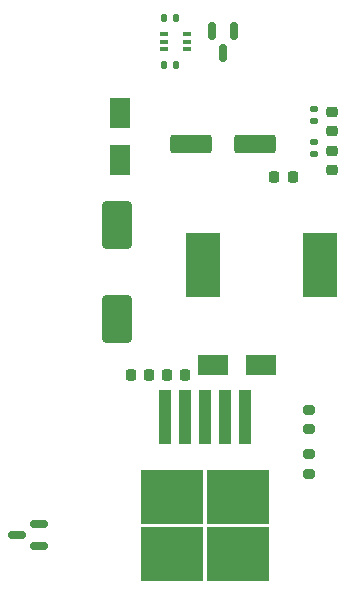
<source format=gbr>
%TF.GenerationSoftware,KiCad,Pcbnew,(6.0.4)*%
%TF.CreationDate,2022-05-06T21:58:48+01:00*%
%TF.ProjectId,PiPowerHAT,5069506f-7765-4724-9841-542e6b696361,rev?*%
%TF.SameCoordinates,Original*%
%TF.FileFunction,Paste,Top*%
%TF.FilePolarity,Positive*%
%FSLAX46Y46*%
G04 Gerber Fmt 4.6, Leading zero omitted, Abs format (unit mm)*
G04 Created by KiCad (PCBNEW (6.0.4)) date 2022-05-06 21:58:48*
%MOMM*%
%LPD*%
G01*
G04 APERTURE LIST*
G04 Aperture macros list*
%AMRoundRect*
0 Rectangle with rounded corners*
0 $1 Rounding radius*
0 $2 $3 $4 $5 $6 $7 $8 $9 X,Y pos of 4 corners*
0 Add a 4 corners polygon primitive as box body*
4,1,4,$2,$3,$4,$5,$6,$7,$8,$9,$2,$3,0*
0 Add four circle primitives for the rounded corners*
1,1,$1+$1,$2,$3*
1,1,$1+$1,$4,$5*
1,1,$1+$1,$6,$7*
1,1,$1+$1,$8,$9*
0 Add four rect primitives between the rounded corners*
20,1,$1+$1,$2,$3,$4,$5,0*
20,1,$1+$1,$4,$5,$6,$7,0*
20,1,$1+$1,$6,$7,$8,$9,0*
20,1,$1+$1,$8,$9,$2,$3,0*%
G04 Aperture macros list end*
%ADD10RoundRect,0.135000X-0.135000X-0.185000X0.135000X-0.185000X0.135000X0.185000X-0.135000X0.185000X0*%
%ADD11RoundRect,0.200000X-0.275000X0.200000X-0.275000X-0.200000X0.275000X-0.200000X0.275000X0.200000X0*%
%ADD12R,0.650000X0.400000*%
%ADD13R,1.800000X2.500000*%
%ADD14RoundRect,0.225000X0.225000X0.250000X-0.225000X0.250000X-0.225000X-0.250000X0.225000X-0.250000X0*%
%ADD15RoundRect,0.250000X1.500000X0.550000X-1.500000X0.550000X-1.500000X-0.550000X1.500000X-0.550000X0*%
%ADD16RoundRect,0.150000X0.587500X0.150000X-0.587500X0.150000X-0.587500X-0.150000X0.587500X-0.150000X0*%
%ADD17RoundRect,0.150000X-0.150000X0.587500X-0.150000X-0.587500X0.150000X-0.587500X0.150000X0.587500X0*%
%ADD18R,5.250000X4.550000*%
%ADD19R,1.100000X4.600000*%
%ADD20RoundRect,0.135000X-0.185000X0.135000X-0.185000X-0.135000X0.185000X-0.135000X0.185000X0.135000X0*%
%ADD21R,2.500000X1.800000*%
%ADD22RoundRect,0.250000X1.000000X-1.750000X1.000000X1.750000X-1.000000X1.750000X-1.000000X-1.750000X0*%
%ADD23RoundRect,0.218750X0.256250X-0.218750X0.256250X0.218750X-0.256250X0.218750X-0.256250X-0.218750X0*%
%ADD24R,2.900000X5.400000*%
%ADD25RoundRect,0.135000X0.185000X-0.135000X0.185000X0.135000X-0.185000X0.135000X-0.185000X-0.135000X0*%
%ADD26RoundRect,0.200000X0.275000X-0.200000X0.275000X0.200000X-0.275000X0.200000X-0.275000X-0.200000X0*%
G04 APERTURE END LIST*
D10*
%TO.C,R2*%
X135040000Y-61000000D03*
X136060000Y-61000000D03*
%TD*%
D11*
%TO.C,R9*%
X147250000Y-97925000D03*
X147250000Y-99575000D03*
%TD*%
D12*
%TO.C,Q2*%
X136950000Y-63650000D03*
X136950000Y-63000000D03*
X136950000Y-62350000D03*
X135050000Y-62350000D03*
X135050000Y-63000000D03*
X135050000Y-63650000D03*
%TD*%
D13*
%TO.C,D2*%
X131250000Y-69000000D03*
X131250000Y-73000000D03*
%TD*%
D14*
%TO.C,C3*%
X136775000Y-91250000D03*
X135225000Y-91250000D03*
%TD*%
D15*
%TO.C,C5*%
X142700000Y-71700000D03*
X137300000Y-71700000D03*
%TD*%
D16*
%TO.C,Q1*%
X124437500Y-105700000D03*
X124437500Y-103800000D03*
X122562500Y-104750000D03*
%TD*%
D10*
%TO.C,R1*%
X135040000Y-65000000D03*
X136060000Y-65000000D03*
%TD*%
D17*
%TO.C,Q3*%
X140950000Y-62062500D03*
X139050000Y-62062500D03*
X140000000Y-63937500D03*
%TD*%
D14*
%TO.C,C4*%
X145900000Y-74500000D03*
X144350000Y-74500000D03*
%TD*%
D18*
%TO.C,U1*%
X141275000Y-106375000D03*
X135725000Y-106375000D03*
X141275000Y-101525000D03*
X135725000Y-101525000D03*
D19*
X141900000Y-94800000D03*
X140200000Y-94800000D03*
X138500000Y-94800000D03*
X136800000Y-94800000D03*
X135100000Y-94800000D03*
%TD*%
D20*
%TO.C,R6*%
X147750000Y-68740000D03*
X147750000Y-69760000D03*
%TD*%
D21*
%TO.C,D6*%
X139200000Y-90400000D03*
X143200000Y-90400000D03*
%TD*%
D22*
%TO.C,C1*%
X131000000Y-86500000D03*
X131000000Y-78500000D03*
%TD*%
D14*
%TO.C,C2*%
X133775000Y-91250000D03*
X132225000Y-91250000D03*
%TD*%
D23*
%TO.C,D5*%
X149250000Y-73825000D03*
X149250000Y-72250000D03*
%TD*%
%TO.C,D3*%
X149250000Y-70537500D03*
X149250000Y-68962500D03*
%TD*%
D24*
%TO.C,L1*%
X138350000Y-81950000D03*
X148250000Y-81950000D03*
%TD*%
D25*
%TO.C,R8*%
X147750000Y-72510000D03*
X147750000Y-71490000D03*
%TD*%
D26*
%TO.C,R10*%
X147250000Y-95825000D03*
X147250000Y-94175000D03*
%TD*%
M02*

</source>
